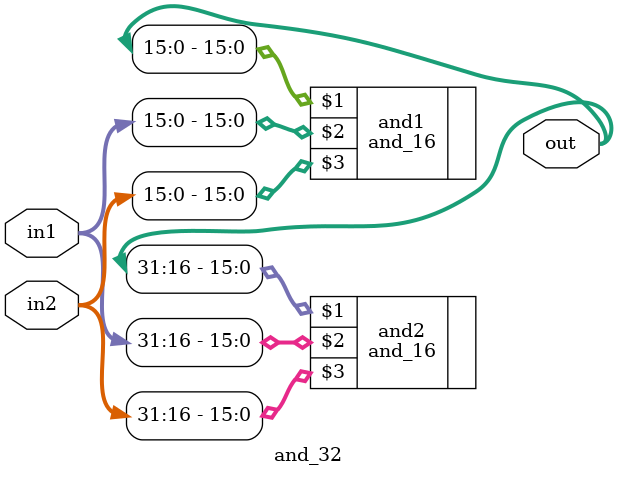
<source format=v>
module and_32(out,in1,in2);
	input[31:0] in1,in2;
	output[31:0] out;
	and_16 and1(out[15:0],in1[15:0],in2[15:0]);
	and_16 and2(out[31:16],in1[31:16],in2[31:16]);
endmodule
	
</source>
